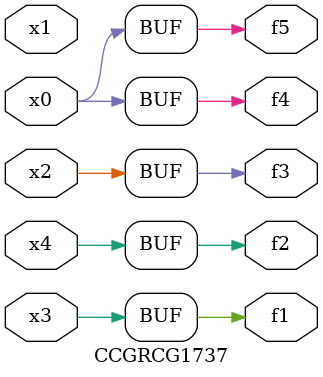
<source format=v>
module CCGRCG1737(
	input x0, x1, x2, x3, x4,
	output f1, f2, f3, f4, f5
);
	assign f1 = x3;
	assign f2 = x4;
	assign f3 = x2;
	assign f4 = x0;
	assign f5 = x0;
endmodule

</source>
